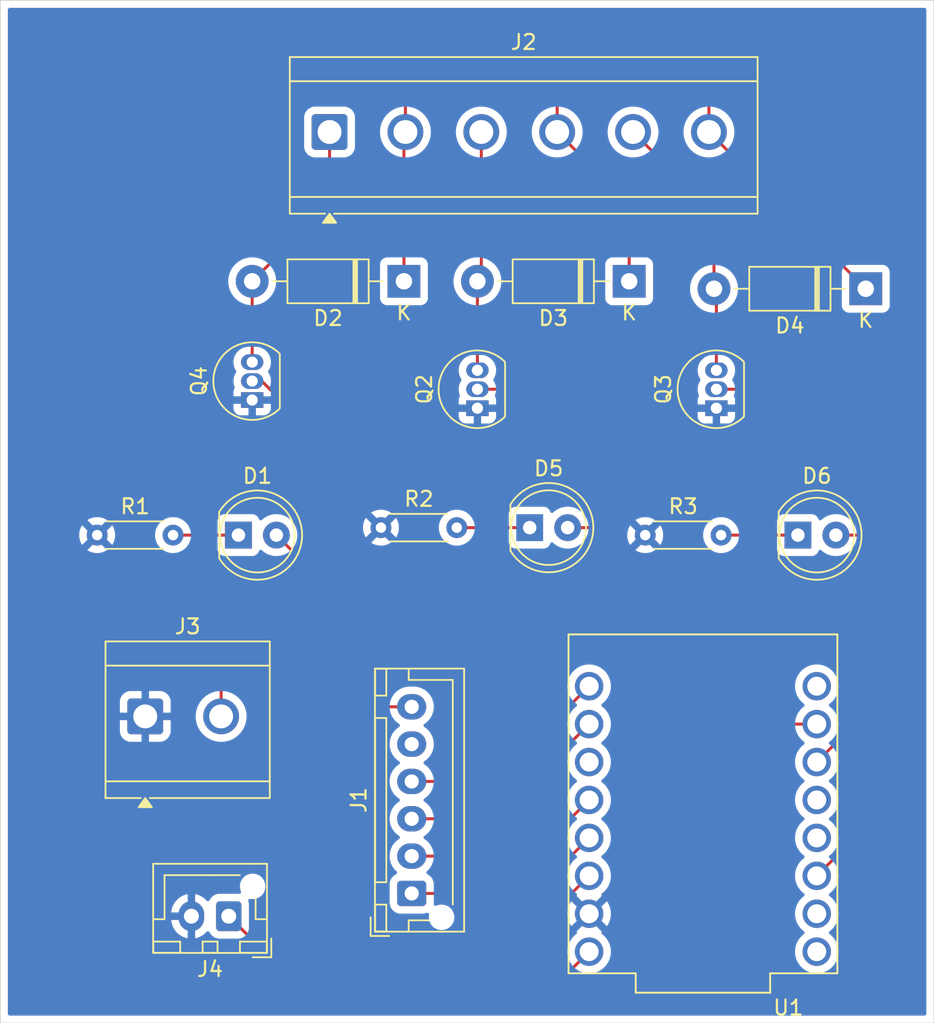
<source format=kicad_pcb>
(kicad_pcb (version 20241229) (generator "pcbnew") (generator_version "9.0")
  (layers (0 "F.Cu" signal) (2 "B.Cu" signal) (13 "F.Paste" user) (15 "B.Paste" user) (5 "F.SilkS" user "F.Silkscreen") (7 "B.SilkS" user "B.Silkscreen") (1 "F.Mask" user) (3 "B.Mask" user) (25 "Edge.Cuts" user))
  (net 0 "")
  (net 7 "+5V")
  (net 8 "GND")
  (net 9 "Net-(D1-K)")
  (net 10 "Net-(D2-A)")
  (net 11 "+12V")
  (net 12 "Net-(D3-A)")
  (net 13 "Net-(D4-A)")
  (net 14 "Net-(D5-A)")
  (net 15 "Net-(D5-K)")
  (net 16 "Net-(D6-A)")
  (net 17 "Net-(D6-K)")
  (net 18 "Net-(J1-Pin_1)")
  (net 20 "Net-(J1-Pin_3)")
  (net 21 "Net-(J1-Pin_2)")
  (net 22 "+3.3V")
  (net 23 "Net-(J1-Pin_4)")
  (net 24 "Net-(D1-A)")
  (footprint "LED_THT:LED_D5.0mm" (layer "F.Cu") (at 95.44 84.31625)
    (property "Reference" "D1" (at 1.27 -3.96 0) (layer "F.SilkS"))
    (property "Value" "LED")
    (fp_line (start -1.29 -1.545) (end -1.29 1.545) (stroke (width 0.12)) (layer "F.SilkS"))
    (fp_arc (start -1.29 -1.54483) (mid 2.071756 -2.880501) (end 4.26 -0.000048) (stroke (width 0.12)) (layer "F.SilkS"))
    (fp_arc (start 4.26 0.000048) (mid 2.071756 2.880501) (end -1.29 1.54483) (stroke (width 0.12)) (layer "F.SilkS"))
    (fp_circle (center 1.27 0) (end 3.77 0) (stroke (width 0.12)) (fill no) (layer "F.SilkS"))
    (pad "1" thru_hole rect (at 0 0) (size 1.8 1.8) (drill 0.9) (layers "*.Cu" "*.Mask") (net 9 "Net-(D1-K)"))
    (pad "2" thru_hole circle (at 2.54 0) (size 1.8 1.8) (drill 0.9) (layers "*.Cu" "*.Mask") (net 24 "Net-(D1-A)"))
  )
  (footprint "ESP32-C3-Supermini:MODULE_ESP32-C3_SUPERMINI" (layer "F.Cu") (at 126.54 102.31625 180)
    (property "Reference" "U1" (at -5.715 -13.6525 0) (layer "F.SilkS"))
    (property "Value" "ESP32-C3_SUPERMINI_TH")
    (fp_line (start 9 11.35) (end 9 -11.35) (stroke (width 0.127)) (layer "F.SilkS"))
    (fp_line (start 9 11.35) (end -9 11.35) (stroke (width 0.127)) (layer "F.SilkS"))
    (fp_line (start 9 -11.35) (end 4.5 -11.35) (stroke (width 0.127)) (layer "F.SilkS"))
    (fp_line (start 4.5 -12.65) (end 4.5 -11.35) (stroke (width 0.127)) (layer "F.SilkS"))
    (fp_line (start 4.5 -12.65) (end -4.5 -12.65) (stroke (width 0.127)) (layer "F.SilkS"))
    (fp_line (start -4.5 -11.35) (end -9 -11.35) (stroke (width 0.127)) (layer "F.SilkS"))
    (fp_line (start -4.5 -12.65) (end -4.5 -11.35) (stroke (width 0.127)) (layer "F.SilkS"))
    (fp_line (start -9 11.35) (end -9 -11.35) (stroke (width 0.127)) (layer "F.SilkS"))
    (pad "0" thru_hole circle (at 7.62 7.88 180) (size 1.905 1.905) (drill 1.27) (layers "*.Cu" "*.Mask") (net 23 "Net-(J1-Pin_4)"))
    (pad "1" thru_hole circle (at 7.62 5.34 180) (size 1.905 1.905) (drill 1.27) (layers "*.Cu" "*.Mask") (net 20 "Net-(J1-Pin_3)"))
    (pad "2" thru_hole circle (at 7.62 2.8 180) (size 1.905 1.905) (drill 1.27) (layers "*.Cu" "*.Mask"))
    (pad "3" thru_hole circle (at 7.62 0.26 180) (size 1.905 1.905) (drill 1.27) (layers "*.Cu" "*.Mask") (net 21 "Net-(J1-Pin_2)"))
    (pad "3.3" thru_hole circle (at 7.62 -4.82 180) (size 1.905 1.905) (drill 1.27) (layers "*.Cu" "*.Mask") (net 22 "+3.3V"))
    (pad "4" thru_hole circle (at 7.62 -2.28 180) (size 1.905 1.905) (drill 1.27) (layers "*.Cu" "*.Mask") (net 18 "Net-(J1-Pin_1)"))
    (pad "5" thru_hole circle (at -7.62 -9.9 180) (size 1.905 1.905) (drill 1.27) (layers "*.Cu" "*.Mask"))
    (pad "5V" thru_hole circle (at 7.62 -9.9 180) (size 1.905 1.905) (drill 1.27) (layers "*.Cu" "*.Mask") (net 7 "+5V"))
    (pad "6" thru_hole circle (at -7.62 -7.36 180) (size 1.905 1.905) (drill 1.27) (layers "*.Cu" "*.Mask"))
    (pad "7" thru_hole circle (at -7.62 -4.82 180) (size 1.905 1.905) (drill 1.27) (layers "*.Cu" "*.Mask") (net 16 "Net-(D6-A)"))
    (pad "8" thru_hole circle (at -7.62 -2.28 180) (size 1.905 1.905) (drill 1.27) (layers "*.Cu" "*.Mask"))
    (pad "9" thru_hole circle (at -7.62 0.26 180) (size 1.905 1.905) (drill 1.27) (layers "*.Cu" "*.Mask"))
    (pad "10" thru_hole circle (at -7.62 2.8 180) (size 1.905 1.905) (drill 1.27) (layers "*.Cu" "*.Mask") (net 14 "Net-(D5-A)"))
    (pad "20" thru_hole circle (at -7.62 5.34 180) (size 1.905 1.905) (drill 1.27) (layers "*.Cu" "*.Mask") (net 24 "Net-(D1-A)"))
    (pad "21" thru_hole circle (at -7.62 7.88 180) (size 1.905 1.905) (drill 1.27) (layers "*.Cu" "*.Mask"))
    (pad "G" thru_hole circle (at 7.62 -7.36 180) (size 1.905 1.905) (drill 1.27) (layers "*.Cu" "*.Mask") (net 8 "GND"))
  )
  (footprint "LED_THT:LED_D5.0mm" (layer "F.Cu") (at 114.94 83.81625)
    (property "Reference" "D5" (at 1.27 -3.96 0) (layer "F.SilkS"))
    (property "Value" "LED")
    (fp_line (start -1.29 -1.545) (end -1.29 1.545) (stroke (width 0.12)) (layer "F.SilkS"))
    (fp_arc (start -1.29 -1.54483) (mid 2.071756 -2.880501) (end 4.26 -0.000048) (stroke (width 0.12)) (layer "F.SilkS"))
    (fp_arc (start 4.26 0.000048) (mid 2.071756 2.880501) (end -1.29 1.54483) (stroke (width 0.12)) (layer "F.SilkS"))
    (fp_circle (center 1.27 0) (end 3.77 0) (stroke (width 0.12)) (fill no) (layer "F.SilkS"))
    (pad "1" thru_hole rect (at 0 0) (size 1.8 1.8) (drill 0.9) (layers "*.Cu" "*.Mask") (net 15 "Net-(D5-K)"))
    (pad "2" thru_hole circle (at 2.54 0) (size 1.8 1.8) (drill 0.9) (layers "*.Cu" "*.Mask") (net 14 "Net-(D5-A)"))
  )
  (footprint "Connector_JST:JST_XH_B2B-XH-AM_1x02_P2.50mm_Vertical" (layer "F.Cu") (at 94.79 109.84125 180)
    (property "Reference" "J4" (at 1.25 -3.55 0) (layer "F.SilkS"))
    (property "Value" "Conn_01x02_Socket")
    (fp_line (start 5.06 3.51) (end 5.06 -2.46) (stroke (width 0.12)) (layer "F.SilkS"))
    (fp_line (start 5.06 -2.46) (end -2.56 -2.46) (stroke (width 0.12)) (layer "F.SilkS"))
    (fp_line (start 5.05 -0.2) (end 4.3 -0.2) (stroke (width 0.12)) (layer "F.SilkS"))
    (fp_line (start 5.05 -1.7) (end 5.05 -2.45) (stroke (width 0.12)) (layer "F.SilkS"))
    (fp_line (start 5.05 -2.45) (end 3.25 -2.45) (stroke (width 0.12)) (layer "F.SilkS"))
    (fp_line (start 4.3 2.75) (end 1.25 2.75) (stroke (width 0.12)) (layer "F.SilkS"))
    (fp_line (start 4.3 -0.2) (end 4.3 2.75) (stroke (width 0.12)) (layer "F.SilkS"))
    (fp_line (start 3.25 -1.7) (end 5.05 -1.7) (stroke (width 0.12)) (layer "F.SilkS"))
    (fp_line (start 3.25 -2.45) (end 3.25 -1.7) (stroke (width 0.12)) (layer "F.SilkS"))
    (fp_line (start 1.75 -1.7) (end 1.75 -2.45) (stroke (width 0.12)) (layer "F.SilkS"))
    (fp_line (start 1.75 -2.45) (end 0.75 -2.45) (stroke (width 0.12)) (layer "F.SilkS"))
    (fp_line (start 1.25 2.75) (end -0.74 2.75) (stroke (width 0.12)) (layer "F.SilkS"))
    (fp_line (start 0.75 -1.7) (end 1.75 -1.7) (stroke (width 0.12)) (layer "F.SilkS"))
    (fp_line (start 0.75 -2.45) (end 0.75 -1.7) (stroke (width 0.12)) (layer "F.SilkS"))
    (fp_line (start -0.75 -1.7) (end -0.75 -2.45) (stroke (width 0.12)) (layer "F.SilkS"))
    (fp_line (start -0.75 -2.45) (end -2.55 -2.45) (stroke (width 0.12)) (layer "F.SilkS"))
    (fp_line (start -1.6 -2.75) (end -2.85 -2.75) (stroke (width 0.12)) (layer "F.SilkS"))
    (fp_line (start -1.8 -0.2) (end -1.8 1.14) (stroke (width 0.12)) (layer "F.SilkS"))
    (fp_line (start -2.55 -0.2) (end -1.8 -0.2) (stroke (width 0.12)) (layer "F.SilkS"))
    (fp_line (start -2.55 -1.7) (end -0.75 -1.7) (stroke (width 0.12)) (layer "F.SilkS"))
    (fp_line (start -2.55 -2.45) (end -2.55 -1.7) (stroke (width 0.12)) (layer "F.SilkS"))
    (fp_line (start -2.56 3.51) (end 5.06 3.51) (stroke (width 0.12)) (layer "F.SilkS"))
    (fp_line (start -2.56 -2.46) (end -2.56 3.51) (stroke (width 0.12)) (layer "F.SilkS"))
    (fp_line (start -2.85 -2.75) (end -2.85 -1.5) (stroke (width 0.12)) (layer "F.SilkS"))
    (pad "" np_thru_hole circle (at -1.6 2 180) (size 1.2 1.2) (drill 1.2) (layers "*.Cu" "*.Mask"))
    (pad "1" thru_hole roundrect (at 0 0 180) (size 1.7 2) (drill 1) (layers "*.Cu" "*.Mask") (roundrect_rratio 0.147059) (net 7 "+5V"))
    (pad "2" thru_hole oval (at 2.5 0 180) (size 1.7 2) (drill 1) (layers "*.Cu" "*.Mask") (net 8 "GND"))
  )
  (footprint "Resistor_THT:R_Axial_DIN0204_L3.6mm_D1.6mm_P5.08mm_Horizontal" (layer "F.Cu") (at 85.98 84.31625)
    (property "Reference" "R1" (at 2.54 -1.92 0) (layer "F.SilkS"))
    (property "Value" "200R")
    (fp_line (start 0.62 -0.92) (end 4.46 -0.92) (stroke (width 0.12)) (layer "F.SilkS"))
    (fp_line (start 0.62 0.92) (end 4.46 0.92) (stroke (width 0.12)) (layer "F.SilkS"))
    (pad "1" thru_hole circle (at 0 0) (size 1.4 1.4) (drill 0.7) (layers "*.Cu" "*.Mask") (net 8 "GND"))
    (pad "2" thru_hole oval (at 5.08 0) (size 1.4 1.4) (drill 0.7) (layers "*.Cu" "*.Mask") (net 9 "Net-(D1-K)"))
  )
  (footprint "Diode_THT:D_DO-41_SOD81_P10.16mm_Horizontal" (layer "F.Cu") (at 121.6 67.31625 180)
    (property "Reference" "D3" (at 5.08 -2.47 0) (layer "F.SilkS"))
    (property "Value" "1N4003")
    (fp_line (start 8.82 0) (end 7.8 0) (stroke (width 0.12)) (layer "F.SilkS"))
    (fp_line (start 7.8 1.47) (end 7.8 -1.47) (stroke (width 0.12)) (layer "F.SilkS"))
    (fp_line (start 7.8 -1.47) (end 2.36 -1.47) (stroke (width 0.12)) (layer "F.SilkS"))
    (fp_line (start 3.38 -1.47) (end 3.38 1.47) (stroke (width 0.12)) (layer "F.SilkS"))
    (fp_line (start 3.26 -1.47) (end 3.26 1.47) (stroke (width 0.12)) (layer "F.SilkS"))
    (fp_line (start 3.14 -1.47) (end 3.14 1.47) (stroke (width 0.12)) (layer "F.SilkS"))
    (fp_line (start 2.36 1.47) (end 7.8 1.47) (stroke (width 0.12)) (layer "F.SilkS"))
    (fp_line (start 2.36 -1.47) (end 2.36 1.47) (stroke (width 0.12)) (layer "F.SilkS"))
    (fp_line (start 1.34 0) (end 2.36 0) (stroke (width 0.12)) (layer "F.SilkS"))
    (fp_text user "K" (at 0 -2.1 0) (layer "F.SilkS"))
    (pad "1" thru_hole rect (at 0 0 180) (size 2.2 2.2) (drill 1.1) (layers "*.Cu" "*.Mask") (net 11 "+12V"))
    (pad "2" thru_hole oval (at 10.16 0 180) (size 2.2 2.2) (drill 1.1) (layers "*.Cu" "*.Mask") (net 12 "Net-(D3-A)"))
  )
  (footprint "TerminalBlock_CUI:TerminalBlock_CUI_TB007-508-06_1x06_P5.08mm_Horizontal" (layer "F.Cu") (at 101.54 57.31625)
    (property "Reference" "J2" (at 13 -6.02 0) (layer "F.SilkS"))
    (property "Value" "Relay Anschluss")
    (fp_line (start -2.66 -5.02) (end -2.66 5.47) (stroke (width 0.12)) (layer "F.SilkS"))
    (fp_line (start -2.66 -5.02) (end 28.66 -5.02) (stroke (width 0.12)) (layer "F.SilkS"))
    (fp_line (start -2.66 -3.4) (end 28.66 -3.4) (stroke (width 0.12)) (layer "F.SilkS"))
    (fp_line (start -2.66 4.35) (end 28.66 4.35) (stroke (width 0.12)) (layer "F.SilkS"))
    (fp_line (start -2.66 5.47) (end -0.3 5.47) (stroke (width 0.12)) (layer "F.SilkS"))
    (fp_line (start 0.3 5.47) (end 28.66 5.47) (stroke (width 0.12)) (layer "F.SilkS"))
    (fp_line (start 28.66 -5.02) (end 28.66 5.47) (stroke (width 0.12)) (layer "F.SilkS"))
    (fp_poly (pts (xy 0 5.47) (xy 0.44 6.08) (xy -0.44 6.08)) (stroke (width 0.12)) (fill yes) (layer "F.SilkS"))
    (pad "1" thru_hole roundrect (at 0 0) (size 2.4 2.4) (drill 1.6) (layers "*.Cu" "*.Mask") (roundrect_rratio 0.104167) (net 10 "Net-(D2-A)"))
    (pad "2" thru_hole circle (at 5.08 0) (size 2.4 2.4) (drill 1.6) (layers "*.Cu" "*.Mask") (net 11 "+12V"))
    (pad "3" thru_hole circle (at 10.16 0) (size 2.4 2.4) (drill 1.6) (layers "*.Cu" "*.Mask") (net 12 "Net-(D3-A)"))
    (pad "4" thru_hole circle (at 15.24 0) (size 2.4 2.4) (drill 1.6) (layers "*.Cu" "*.Mask") (net 11 "+12V"))
    (pad "5" thru_hole circle (at 20.32 0) (size 2.4 2.4) (drill 1.6) (layers "*.Cu" "*.Mask") (net 13 "Net-(D4-A)"))
    (pad "6" thru_hole circle (at 25.4 0) (size 2.4 2.4) (drill 1.6) (layers "*.Cu" "*.Mask") (net 11 "+12V"))
  )
  (footprint "Package_TO_SOT_THT:TO-92_Inline" (layer "F.Cu") (at 127.44 75.81625 90)
    (property "Reference" "Q3" (at 1.27 -3.56 90) (layer "F.SilkS"))
    (property "Value" "2N7000")
    (fp_line (start -0.53 1.85) (end 3.07 1.85) (stroke (width 0.12)) (layer "F.SilkS"))
    (fp_arc (start 1.27 -2.6) (mid 3.672087 -0.994977) (end 3.108478 1.838478) (stroke (width 0.12)) (layer "F.SilkS"))
    (fp_arc (start -0.568478 1.838478) (mid -1.132087 -0.994977) (end 1.27 -2.6) (stroke (width 0.12)) (layer "F.SilkS"))
    (pad "1" thru_hole rect (at 0 0 90) (size 1.05 1.5) (drill 0.75) (layers "*.Cu" "*.Mask") (net 8 "GND"))
    (pad "2" thru_hole oval (at 1.27 0 90) (size 1.05 1.5) (drill 0.75) (layers "*.Cu" "*.Mask") (net 16 "Net-(D6-A)"))
    (pad "3" thru_hole oval (at 2.54 0 90) (size 1.05 1.5) (drill 0.75) (layers "*.Cu" "*.Mask") (net 13 "Net-(D4-A)"))
  )
  (footprint "Diode_THT:D_DO-41_SOD81_P10.16mm_Horizontal" (layer "F.Cu") (at 137.44 67.81625 180)
    (property "Reference" "D4" (at 5.08 -2.47 0) (layer "F.SilkS"))
    (property "Value" "1N4003")
    (fp_line (start 8.82 0) (end 7.8 0) (stroke (width 0.12)) (layer "F.SilkS"))
    (fp_line (start 7.8 1.47) (end 7.8 -1.47) (stroke (width 0.12)) (layer "F.SilkS"))
    (fp_line (start 7.8 -1.47) (end 2.36 -1.47) (stroke (width 0.12)) (layer "F.SilkS"))
    (fp_line (start 3.38 -1.47) (end 3.38 1.47) (stroke (width 0.12)) (layer "F.SilkS"))
    (fp_line (start 3.26 -1.47) (end 3.26 1.47) (stroke (width 0.12)) (layer "F.SilkS"))
    (fp_line (start 3.14 -1.47) (end 3.14 1.47) (stroke (width 0.12)) (layer "F.SilkS"))
    (fp_line (start 2.36 1.47) (end 7.8 1.47) (stroke (width 0.12)) (layer "F.SilkS"))
    (fp_line (start 2.36 -1.47) (end 2.36 1.47) (stroke (width 0.12)) (layer "F.SilkS"))
    (fp_line (start 1.34 0) (end 2.36 0) (stroke (width 0.12)) (layer "F.SilkS"))
    (fp_text user "K" (at 0 -2.1 0) (layer "F.SilkS"))
    (pad "1" thru_hole rect (at 0 0 180) (size 2.2 2.2) (drill 1.1) (layers "*.Cu" "*.Mask") (net 11 "+12V"))
    (pad "2" thru_hole oval (at 10.16 0 180) (size 2.2 2.2) (drill 1.1) (layers "*.Cu" "*.Mask") (net 13 "Net-(D4-A)"))
  )
  (footprint "Resistor_THT:R_Axial_DIN0204_L3.6mm_D1.6mm_P5.08mm_Horizontal" (layer "F.Cu") (at 122.675 84.31625)
    (property "Reference" "R3" (at 2.54 -1.92 0) (layer "F.SilkS"))
    (property "Value" "200R")
    (fp_line (start 0.62 -0.92) (end 4.46 -0.92) (stroke (width 0.12)) (layer "F.SilkS"))
    (fp_line (start 0.62 0.92) (end 4.46 0.92) (stroke (width 0.12)) (layer "F.SilkS"))
    (pad "1" thru_hole circle (at 0 0) (size 1.4 1.4) (drill 0.7) (layers "*.Cu" "*.Mask") (net 8 "GND"))
    (pad "2" thru_hole oval (at 5.08 0) (size 1.4 1.4) (drill 0.7) (layers "*.Cu" "*.Mask") (net 17 "Net-(D6-K)"))
  )
  (footprint "TerminalBlock_CUI:TerminalBlock_CUI_TB007-508-02_1x02_P5.08mm_Horizontal" (layer "F.Cu") (at 89.2 96.45875)
    (property "Reference" "J3" (at 2.84 -6.02 0) (layer "F.SilkS"))
    (property "Value" "12V Eingang und GND")
    (fp_line (start -2.66 -5.02) (end -2.66 5.47) (stroke (width 0.12)) (layer "F.SilkS"))
    (fp_line (start -2.66 -5.02) (end 8.34 -5.02) (stroke (width 0.12)) (layer "F.SilkS"))
    (fp_line (start -2.66 -3.4) (end 8.34 -3.4) (stroke (width 0.12)) (layer "F.SilkS"))
    (fp_line (start -2.66 4.35) (end 8.34 4.35) (stroke (width 0.12)) (layer "F.SilkS"))
    (fp_line (start -2.66 5.47) (end -0.3 5.47) (stroke (width 0.12)) (layer "F.SilkS"))
    (fp_line (start 0.3 5.47) (end 8.34 5.47) (stroke (width 0.12)) (layer "F.SilkS"))
    (fp_line (start 8.34 -5.02) (end 8.34 5.47) (stroke (width 0.12)) (layer "F.SilkS"))
    (fp_poly (pts (xy 0 5.47) (xy 0.44 6.08) (xy -0.44 6.08)) (stroke (width 0.12)) (fill yes) (layer "F.SilkS"))
    (pad "1" thru_hole roundrect (at 0 0) (size 2.4 2.4) (drill 1.6) (layers "*.Cu" "*.Mask") (roundrect_rratio 0.104167) (net 8 "GND"))
    (pad "2" thru_hole circle (at 5.08 0) (size 2.4 2.4) (drill 1.6) (layers "*.Cu" "*.Mask") (net 11 "+12V"))
  )
  (footprint "Diode_THT:D_DO-41_SOD81_P10.16mm_Horizontal" (layer "F.Cu") (at 106.52 67.31625 180)
    (property "Reference" "D2" (at 5.08 -2.47 0) (layer "F.SilkS"))
    (property "Value" "1N4003")
    (fp_line (start 8.82 0) (end 7.8 0) (stroke (width 0.12)) (layer "F.SilkS"))
    (fp_line (start 7.8 1.47) (end 7.8 -1.47) (stroke (width 0.12)) (layer "F.SilkS"))
    (fp_line (start 7.8 -1.47) (end 2.36 -1.47) (stroke (width 0.12)) (layer "F.SilkS"))
    (fp_line (start 3.38 -1.47) (end 3.38 1.47) (stroke (width 0.12)) (layer "F.SilkS"))
    (fp_line (start 3.26 -1.47) (end 3.26 1.47) (stroke (width 0.12)) (layer "F.SilkS"))
    (fp_line (start 3.14 -1.47) (end 3.14 1.47) (stroke (width 0.12)) (layer "F.SilkS"))
    (fp_line (start 2.36 1.47) (end 7.8 1.47) (stroke (width 0.12)) (layer "F.SilkS"))
    (fp_line (start 2.36 -1.47) (end 2.36 1.47) (stroke (width 0.12)) (layer "F.SilkS"))
    (fp_line (start 1.34 0) (end 2.36 0) (stroke (width 0.12)) (layer "F.SilkS"))
    (fp_text user "K" (at 0 -2.1 0) (layer "F.SilkS"))
    (pad "1" thru_hole rect (at 0 0 180) (size 2.2 2.2) (drill 1.1) (layers "*.Cu" "*.Mask") (net 11 "+12V"))
    (pad "2" thru_hole oval (at 10.16 0 180) (size 2.2 2.2) (drill 1.1) (layers "*.Cu" "*.Mask") (net 10 "Net-(D2-A)"))
  )
  (footprint "LED_THT:LED_D5.0mm" (layer "F.Cu") (at 132.9 84.31625)
    (property "Reference" "D6" (at 1.27 -3.96 0) (layer "F.SilkS"))
    (property "Value" "LED")
    (fp_line (start -1.29 -1.545) (end -1.29 1.545) (stroke (width 0.12)) (layer "F.SilkS"))
    (fp_arc (start -1.29 -1.54483) (mid 2.071756 -2.880501) (end 4.26 -0.000048) (stroke (width 0.12)) (layer "F.SilkS"))
    (fp_arc (start 4.26 0.000048) (mid 2.071756 2.880501) (end -1.29 1.54483) (stroke (width 0.12)) (layer "F.SilkS"))
    (fp_circle (center 1.27 0) (end 3.77 0) (stroke (width 0.12)) (fill no) (layer "F.SilkS"))
    (pad "1" thru_hole rect (at 0 0) (size 1.8 1.8) (drill 0.9) (layers "*.Cu" "*.Mask") (net 17 "Net-(D6-K)"))
    (pad "2" thru_hole circle (at 2.54 0) (size 1.8 1.8) (drill 0.9) (layers "*.Cu" "*.Mask") (net 16 "Net-(D6-A)"))
  )
  (footprint "Connector_JST:JST_XH_B6B-XH-AM_1x06_P2.50mm_Vertical" (layer "F.Cu") (at 107.04 108.31625 90)
    (property "Reference" "J1" (at 6.25 -3.55 90) (layer "F.SilkS"))
    (property "Value" "Conn_01x06_Socket")
    (fp_line (start -1.6 -2.75) (end -2.85 -2.75) (stroke (width 0.12)) (layer "F.SilkS"))
    (fp_line (start -2.85 -2.75) (end -2.85 -1.5) (stroke (width 0.12)) (layer "F.SilkS"))
    (fp_line (start 15.06 -2.46) (end -2.56 -2.46) (stroke (width 0.12)) (layer "F.SilkS"))
    (fp_line (start -2.56 -2.46) (end -2.56 3.51) (stroke (width 0.12)) (layer "F.SilkS"))
    (fp_line (start 15.05 -2.45) (end 13.25 -2.45) (stroke (width 0.12)) (layer "F.SilkS"))
    (fp_line (start 13.25 -2.45) (end 13.25 -1.7) (stroke (width 0.12)) (layer "F.SilkS"))
    (fp_line (start 11.75 -2.45) (end 0.75 -2.45) (stroke (width 0.12)) (layer "F.SilkS"))
    (fp_line (start 0.75 -2.45) (end 0.75 -1.7) (stroke (width 0.12)) (layer "F.SilkS"))
    (fp_line (start -0.75 -2.45) (end -2.55 -2.45) (stroke (width 0.12)) (layer "F.SilkS"))
    (fp_line (start -2.55 -2.45) (end -2.55 -1.7) (stroke (width 0.12)) (layer "F.SilkS"))
    (fp_line (start 15.05 -1.7) (end 15.05 -2.45) (stroke (width 0.12)) (layer "F.SilkS"))
    (fp_line (start 13.25 -1.7) (end 15.05 -1.7) (stroke (width 0.12)) (layer "F.SilkS"))
    (fp_line (start 11.75 -1.7) (end 11.75 -2.45) (stroke (width 0.12)) (layer "F.SilkS"))
    (fp_line (start 0.75 -1.7) (end 11.75 -1.7) (stroke (width 0.12)) (layer "F.SilkS"))
    (fp_line (start -0.75 -1.7) (end -0.75 -2.45) (stroke (width 0.12)) (layer "F.SilkS"))
    (fp_line (start -2.55 -1.7) (end -0.75 -1.7) (stroke (width 0.12)) (layer "F.SilkS"))
    (fp_line (start 15.05 -0.2) (end 14.3 -0.2) (stroke (width 0.12)) (layer "F.SilkS"))
    (fp_line (start 14.3 -0.2) (end 14.3 2.75) (stroke (width 0.12)) (layer "F.SilkS"))
    (fp_line (start -1.8 -0.2) (end -1.8 1.14) (stroke (width 0.12)) (layer "F.SilkS"))
    (fp_line (start -2.55 -0.2) (end -1.8 -0.2) (stroke (width 0.12)) (layer "F.SilkS"))
    (fp_line (start 14.3 2.75) (end 6.25 2.75) (stroke (width 0.12)) (layer "F.SilkS"))
    (fp_line (start 6.25 2.75) (end -0.74 2.75) (stroke (width 0.12)) (layer "F.SilkS"))
    (fp_line (start 15.06 3.51) (end 15.06 -2.46) (stroke (width 0.12)) (layer "F.SilkS"))
    (fp_line (start -2.56 3.51) (end 15.06 3.51) (stroke (width 0.12)) (layer "F.SilkS"))
    (pad "" np_thru_hole circle (at -1.6 2 90) (size 1.2 1.2) (drill 1.2) (layers "*.Cu" "*.Mask"))
    (pad "1" thru_hole roundrect (at 0 0 90) (size 1.7 1.95) (drill 0.95) (layers "*.Cu" "*.Mask") (roundrect_rratio 0.147059) (net 18 "Net-(J1-Pin_1)"))
    (pad "2" thru_hole oval (at 2.5 0 90) (size 1.7 1.95) (drill 0.95) (layers "*.Cu" "*.Mask") (net 21 "Net-(J1-Pin_2)"))
    (pad "3" thru_hole oval (at 5 0 90) (size 1.7 1.95) (drill 0.95) (layers "*.Cu" "*.Mask") (net 20 "Net-(J1-Pin_3)"))
    (pad "4" thru_hole oval (at 7.5 0 90) (size 1.7 1.95) (drill 0.95) (layers "*.Cu" "*.Mask") (net 23 "Net-(J1-Pin_4)"))
    (pad "5" thru_hole oval (at 10 0 90) (size 1.7 1.95) (drill 0.95) (layers "*.Cu" "*.Mask"))
    (pad "6" thru_hole oval (at 12.5 0 90) (size 1.7 1.95) (drill 0.95) (layers "*.Cu" "*.Mask") (net 22 "+3.3V"))
  )
  (footprint "Package_TO_SOT_THT:TO-92_Inline" (layer "F.Cu") (at 111.44 75.81625 90)
    (property "Reference" "Q2" (at 1.27 -3.56 90) (layer "F.SilkS"))
    (property "Value" "2N7000")
    (fp_line (start -0.53 1.85) (end 3.07 1.85) (stroke (width 0.12)) (layer "F.SilkS"))
    (fp_arc (start 1.27 -2.6) (mid 3.672087 -0.994977) (end 3.108478 1.838478) (stroke (width 0.12)) (layer "F.SilkS"))
    (fp_arc (start -0.568478 1.838478) (mid -1.132087 -0.994977) (end 1.27 -2.6) (stroke (width 0.12)) (layer "F.SilkS"))
    (pad "1" thru_hole rect (at 0 0 90) (size 1.05 1.5) (drill 0.75) (layers "*.Cu" "*.Mask") (net 8 "GND"))
    (pad "2" thru_hole oval (at 1.27 0 90) (size 1.05 1.5) (drill 0.75) (layers "*.Cu" "*.Mask") (net 14 "Net-(D5-A)"))
    (pad "3" thru_hole oval (at 2.54 0 90) (size 1.05 1.5) (drill 0.75) (layers "*.Cu" "*.Mask") (net 12 "Net-(D3-A)"))
  )
  (footprint "Resistor_THT:R_Axial_DIN0204_L3.6mm_D1.6mm_P5.08mm_Horizontal" (layer "F.Cu") (at 104.98 83.81625)
    (property "Reference" "R2" (at 2.54 -1.92 0) (layer "F.SilkS"))
    (property "Value" "200R")
    (fp_line (start 0.62 -0.92) (end 4.46 -0.92) (stroke (width 0.12)) (layer "F.SilkS"))
    (fp_line (start 0.62 0.92) (end 4.46 0.92) (stroke (width 0.12)) (layer "F.SilkS"))
    (pad "1" thru_hole circle (at 0 0) (size 1.4 1.4) (drill 0.7) (layers "*.Cu" "*.Mask") (net 8 "GND"))
    (pad "2" thru_hole oval (at 5.08 0) (size 1.4 1.4) (drill 0.7) (layers "*.Cu" "*.Mask") (net 15 "Net-(D5-K)"))
  )
  (footprint "Package_TO_SOT_THT:TO-92_Inline" (layer "F.Cu") (at 96.36 75.27 90)
    (property "Reference" "Q4" (at 1.27 -3.56 90) (layer "F.SilkS"))
    (property "Value" "2N7000")
    (fp_line (start -0.53 1.85) (end 3.07 1.85) (stroke (width 0.12)) (layer "F.SilkS"))
    (fp_arc (start 1.27 -2.6) (mid 3.672087 -0.994977) (end 3.108478 1.838478) (stroke (width 0.12)) (layer "F.SilkS"))
    (fp_arc (start -0.568478 1.838478) (mid -1.132087 -0.994977) (end 1.27 -2.6) (stroke (width 0.12)) (layer "F.SilkS"))
    (pad "1" thru_hole rect (at 0 0 90) (size 1.05 1.5) (drill 0.75) (layers "*.Cu" "*.Mask") (net 8 "GND"))
    (pad "2" thru_hole oval (at 1.27 0 90) (size 1.05 1.5) (drill 0.75) (layers "*.Cu" "*.Mask") (net 24 "Net-(D1-A)"))
    (pad "3" thru_hole oval (at 2.54 0 90) (size 1.05 1.5) (drill 0.75) (layers "*.Cu" "*.Mask") (net 10 "Net-(D2-A)"))
  )
  (gr_rect (start 79.5 48.5) (end 142 117) (stroke (width 0.05)) (fill no) (layer "Edge.Cuts"))
  (gr_text "12V" (at 136 58 0) (layer "F.Cu") (effects (font (size 1.5 1.5) (thickness 0.3) (bold yes)) (justify left bottom)))
  (gr_text "GND" (at 87 105 0) (layer "F.Cu") (effects (font (size 1.5 1.5) (thickness 0.3) (bold yes)) (justify left bottom)))
  (gr_text "Ignition" (at 99.5 51 0) (layer "F.Cu") (effects (font (size 1.5 1.5) (thickness 0.3) (bold yes)) (justify left bottom)))
  (gr_text "5V" (at 93.5 115.5 0) (layer "F.Cu") (effects (font (size 1.5 1.5) (thickness 0.3) (bold yes)) (justify left bottom)))
  (gr_text "Radio" (at 122 51 0) (layer "F.Cu") (effects (font (size 1.5 1.5) (thickness 0.3) (bold yes)) (justify left bottom)))
  (gr_text "GND" (at 88.5 115.5 0) (layer "F.Cu") (effects (font (size 1.5 1.5) (thickness 0.3) (bold yes)) (justify left bottom)))
  (gr_text "Engine" (at 111 51 0) (layer "F.Cu") (effects (font (size 1.5 1.5) (thickness 0.3) (bold yes)) (justify left bottom)))
  (gr_text "GND" (at 130.5 58 0) (layer "F.Cu") (effects (font (size 1.5 1.5) (thickness 0.3) (bold yes)) (justify left bottom)))
  (gr_text "Eriks Car Starter 0.1" (at 84 114 90) (layer "F.Cu") (effects (font (size 1.5 1.5) (thickness 0.3) (bold yes)) (justify left bottom)))
  (gr_text "12V" (at 92.5 105 0) (layer "F.Cu") (effects (font (size 1.5 1.5) (thickness 0.3) (bold yes)) (justify left bottom)))
  (segment (start 116.82 114.31625) (end 118.92 112.21625) (width 0.2) (layer "F.Cu") (net 7))
  (segment (start 99.265 114.31625) (end 116.82 114.31625) (width 0.2) (layer "F.Cu") (net 7))
  (segment (start 94.79 109.84125) (end 99.265 114.31625) (width 0.2) (layer "F.Cu") (net 7))
  (segment (start 95.44 84.31625) (end 91.06 84.31625) (width 0.2) (layer "F.Cu") (net 9))
  (segment (start 101.54 62.13625) (end 96.36 67.31625) (width 0.2) (layer "F.Cu") (net 10))
  (segment (start 96.36 72.73) (end 96.36 67.31625) (width 0.2) (layer "F.Cu") (net 10))
  (segment (start 101.54 57.31625) (end 101.54 62.13625) (width 0.2) (layer "F.Cu") (net 10))
  (segment (start 106.62 67.21625) (end 106.52 67.31625) (width 0.2) (layer "F.Cu") (net 11))
  (segment (start 116.78 53.55625) (end 116.54 53.31625) (width 0.2) (layer "F.Cu") (net 11))
  (segment (start 116.78 57.31625) (end 116.78 53.55625) (width 0.2) (layer "F.Cu") (net 11))
  (segment (start 106.54 53.31625) (end 116.54 53.31625) (width 0.2) (layer "F.Cu") (net 11))
  (segment (start 92.04 53.31625) (end 106.54 53.31625) (width 0.2) (layer "F.Cu") (net 11))
  (segment (start 89.04 87.81625) (end 83.04 87.81625) (width 0.2) (layer "F.Cu") (net 11))
  (segment (start 83.04 87.81625) (end 83.04 62.31625) (width 0.2) (layer "F.Cu") (net 11))
  (segment (start 106.62 57.31625) (end 106.62 53.39625) (width 0.2) (layer "F.Cu") (net 11))
  (segment (start 106.52 67.31625) (end 106.52 57.41625) (width 0.2) (layer "F.Cu") (net 11))
  (segment (start 121.6 62.13625) (end 116.78 57.31625) (width 0.2) (layer "F.Cu") (net 11))
  (segment (start 126.94 53.71625) (end 126.94 57.31625) (width 0.2) (layer "F.Cu") (net 11))
  (segment (start 83.04 62.31625) (end 92.04 53.31625) (width 0.2) (layer "F.Cu") (net 11))
  (segment (start 121.6 67.31625) (end 121.6 62.13625) (width 0.2) (layer "F.Cu") (net 11))
  (segment (start 106.52 57.41625) (end 106.62 57.31625) (width 0.2) (layer "F.Cu") (net 11))
  (segment (start 137.44 67.81625) (end 126.94 57.31625) (width 0.2) (layer "F.Cu") (net 11))
  (segment (start 106.62 53.39625) (end 106.54 53.31625) (width 0.2) (layer "F.Cu") (net 11))
  (segment (start 126.54 53.31625) (end 126.94 53.71625) (width 0.2) (layer "F.Cu") (net 11))
  (segment (start 94.28 93.05625) (end 89.04 87.81625) (width 0.2) (layer "F.Cu") (net 11))
  (segment (start 94.28 96.45875) (end 94.28 93.05625) (width 0.2) (layer "F.Cu") (net 11))
  (segment (start 116.54 53.31625) (end 126.54 53.31625) (width 0.2) (layer "F.Cu") (net 11))
  (segment (start 111.7 57.31625) (end 111.7 67.05625) (width 0.2) (layer "F.Cu") (net 12))
  (segment (start 111.7 67.05625) (end 111.44 67.31625) (width 0.2) (layer "F.Cu") (net 12))
  (segment (start 111.44 67.31625) (end 111.44 73.27625) (width 0.2) (layer "F.Cu") (net 12))
  (segment (start 121.86 57.31625) (end 127.28 62.73625) (width 0.2) (layer "F.Cu") (net 13))
  (segment (start 127.28 62.73625) (end 127.28 67.81625) (width 0.2) (layer "F.Cu") (net 13))
  (segment (start 127.28 67.97625) (end 127.44 68.13625) (width 0.2) (layer "F.Cu") (net 13))
  (segment (start 127.44 68.13625) (end 127.44 73.27625) (width 0.2) (layer "F.Cu") (net 13))
  (segment (start 127.28 67.81625) (end 127.28 67.97625) (width 0.2) (layer "F.Cu") (net 13))
  (segment (start 127.54 92.31625) (end 120.44 85.21625) (width 0.2) (layer "F.Cu") (net 14))
  (segment (start 111.44 74.54625) (end 118.17 74.54625) (width 0.2) (layer "F.Cu") (net 14))
  (segment (start 135.54 92.31625) (end 127.54 92.31625) (width 0.2) (layer "F.Cu") (net 14))
  (segment (start 137.04 96.63625) (end 137.04 93.81625) (width 0.2) (layer "F.Cu") (net 14))
  (segment (start 134.16 99.51625) (end 137.04 96.63625) (width 0.2) (layer "F.Cu") (net 14))
  (segment (start 120.44 85.21625) (end 120.44 83.81625) (width 0.2) (layer "F.Cu") (net 14))
  (segment (start 137.04 93.81625) (end 135.54 92.31625) (width 0.2) (layer "F.Cu") (net 14))
  (segment (start 120.44 76.81625) (end 120.44 83.81625) (width 0.2) (layer "F.Cu") (net 14))
  (segment (start 117.48 83.81625) (end 120.44 83.81625) (width 0.2) (layer "F.Cu") (net 14))
  (segment (start 118.17 74.54625) (end 120.44 76.81625) (width 0.2) (layer "F.Cu") (net 14))
  (segment (start 114.94 83.81625) (end 110.06 83.81625) (width 0.2) (layer "F.Cu") (net 15))
  (segment (start 138.17 74.54625) (end 138.44 74.81625) (width 0.2) (layer "F.Cu") (net 16))
  (segment (start 126.833 74.54625) (end 127.277 74.99025) (width 0.2) (layer "F.Cu") (net 16))
  (segment (start 138.44 102.85625) (end 138.44 84.31625) (width 0.2) (layer "F.Cu") (net 16))
  (segment (start 138.44 74.81625) (end 138.44 84.31625) (width 0.2) (layer "F.Cu") (net 16))
  (segment (start 134.16 107.13625) (end 138.44 102.85625) (width 0.2) (layer "F.Cu") (net 16))
  (segment (start 127.44 74.54625) (end 138.17 74.54625) (width 0.2) (layer "F.Cu") (net 16))
  (segment (start 127.44 74.54625) (end 126.833 74.54625) (width 0.2) (layer "F.Cu") (net 16))
  (segment (start 135.44 84.31625) (end 138.44 84.31625) (width 0.2) (layer "F.Cu") (net 16))
  (segment (start 132.9 84.31625) (end 127.755 84.31625) (width 0.2) (layer "F.Cu") (net 17))
  (segment (start 118.92 103.828967) (end 118.92 104.59625) (width 0.2) (layer "F.Cu") (net 18))
  (segment (start 118.92 104.59625) (end 115.2 108.31625) (width 0.2) (layer "F.Cu") (net 18))
  (segment (start 115.2 108.31625) (end 107.04 108.31625) (width 0.2) (layer "F.Cu") (net 18))
  (segment (start 118.92 96.97625) (end 112.58 103.31625) (width 0.2) (layer "F.Cu") (net 20))
  (segment (start 112.58 103.31625) (end 107.04 103.31625) (width 0.2) (layer "F.Cu") (net 20))
  (segment (start 118.92 102.05625) (end 115.16 105.81625) (width 0.2) (layer "F.Cu") (net 21))
  (segment (start 115.16 105.81625) (end 107.04 105.81625) (width 0.2) (layer "F.Cu") (net 21))
  (segment (start 102.04 111.81625) (end 102.04 95.81625) (width 0.2) (layer "F.Cu") (net 22))
  (segment (start 118.92 107.13625) (end 113.24 112.81625) (width 0.2) (layer "F.Cu") (net 22))
  (segment (start 103.04 112.81625) (end 102.04 111.81625) (width 0.2) (layer "F.Cu") (net 22))
  (segment (start 113.24 112.81625) (end 103.04 112.81625) (width 0.2) (layer "F.Cu") (net 22))
  (segment (start 102.04 95.81625) (end 107.04 95.81625) (width 0.2) (layer "F.Cu") (net 22))
  (segment (start 112.54 100.81625) (end 107.04 100.81625) (width 0.2) (layer "F.Cu") (net 23))
  (segment (start 118.92 94.43625) (end 112.54 100.81625) (width 0.2) (layer "F.Cu") (net 23))
  (segment (start 103.16375 89.5) (end 103.081875 89.418125) (width 0.2) (layer "F.Cu") (net 24))
  (segment (start 97 74) (end 103.081875 80.081875) (width 0.2) (layer "F.Cu") (net 24))
  (segment (start 103.5 89.5) (end 103.16375 89.5) (width 0.2) (layer "F.Cu") (net 24))
  (segment (start 125.97625 96.97625) (end 118.5 89.5) (width 0.2) (layer "F.Cu") (net 24))
  (segment (start 103.081875 89.418125) (end 97.98 84.31625) (width 0.2) (layer "F.Cu") (net 24))
  (segment (start 103.081875 80.081875) (end 103.081875 89.418125) (width 0.2) (layer "F.Cu") (net 24))
  (segment (start 118.5 89.5) (end 103.5 89.5) (width 0.2) (layer "F.Cu") (net 24))
  (segment (start 134.16 96.97625) (end 125.97625 96.97625) (width 0.2) (layer "F.Cu") (net 24))
  (segment (start 96.36 74) (end 97 74) (width 0.2) (layer "F.Cu") (net 24))
  (zone (net 8) (net_name "GND") (layer "B.Cu") (connect_pads (clearance 0.5)) (min_thickness 0.25) (fill yes (thermal_gap 0.5) (thermal_bridge_width 0.5))
    (polygon (pts (xy 79.5 48.5) (xy 79.5 117) (xy 142 117) (xy 142 48.5)))
  )
)
</source>
